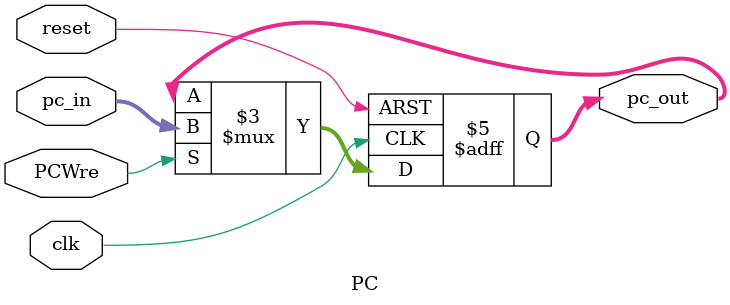
<source format=v>
`timescale 1ns / 1ps


module PC(      
  input clk,                      
  input reset,                                   
  input PCWre,                                 
  input [31:0] pc_in,                            
  output reg [31:0] pc_out                       
  );    


  always @(posedge clk or negedge reset) begin
    if (!reset) 
      pc_out <= 0;                     
    else if (PCWre) 
      pc_out <= pc_in;     
  end
endmodule

</source>
